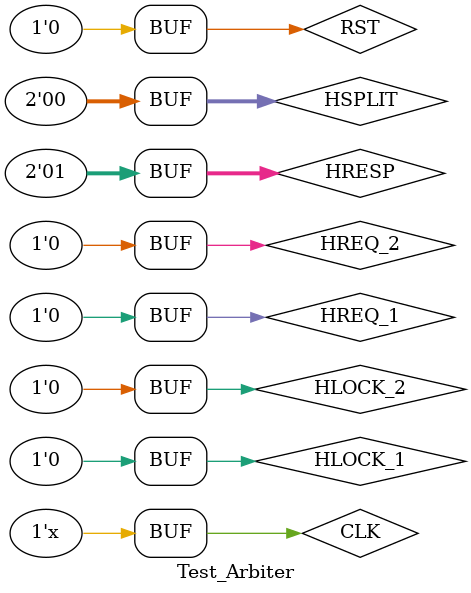
<source format=v>
/*##########Script Information###############################
  # Purpose: Arbiter testbench For System Bus Design   
  # Updated: 07-08-2022                                  
  # Author : Rumesh                                  
  ###########################################################*/
  
  `timescale 1ns / 1ps

module Test_Arbiter;

	// Inputs
	reg CLK;
	reg RST;
	reg HREQ_1;
	reg HLOCK_1;
	reg HREQ_2;
	reg HLOCK_2;
	reg [1:0] HSPLIT;
	reg [1:0] HRESP;

	// Outputs
	wire HGRANT_1;
	wire HGRANT_2;
	wire [1:0] HMAS;
	wire MLOCK;
	wire [1:0] SEL;
	wire AB;

	// Instantiate the Unit Under Test (UUT)
	Arbiter uut (
		.CLK(CLK), 
		.RST(RST), 
		.HREQ_1(HREQ_1), 
		.HLOCK_1(HLOCK_1), 
		.HREQ_2(HREQ_2), 
		.HLOCK_2(HLOCK_2), 
		.HSPLIT(HSPLIT), 
		.HRESP(HRESP), 
		.HGRANT_1(HGRANT_1), 
		.HGRANT_2(HGRANT_2), 
		.HMAS(HMAS), 
		.MLOCK(MLOCK), 
		.SEL(SEL), 
		.AB(AB),
		.HREADY(HREADY)
	);
	
	always #15 CLK = !CLK;
	 
	initial begin
	#400 RST = 1;
	#50  RST = 0;  
	end

	initial begin
		// Initialize Inputs
		CLK = 0;
		RST = 0;
   
		// Wait 100 ns for global reset to finish
		
      #100 HREQ_1 <= 1; HREQ_2 <= 0; HRESP <= 0; HSPLIT <= 0;HLOCK_1 <= 0;HLOCK_2 <= 0; // Master 1 request
		
		#100 HREQ_1 <= 0; HREQ_2 <= 0; HRESP <= 2'b01; HSPLIT <= 0;HLOCK_1 <= 0;HLOCK_2 <= 0; 
		
		#100 HREQ_1 <= 1; HREQ_2 <= 1; HRESP <= 0; HSPLIT <= 0;HLOCK_1 <= 0;HLOCK_2 <= 0; // Master 1 & 2 request
		
		#200 HREQ_1 <= 0; HREQ_2 <= 0; HRESP <= 2'b01; HSPLIT <= 0;HLOCK_1 <= 0;HLOCK_2 <= 0; 
		
		#100 HREQ_1 <= 1; HREQ_2 <= 1; HRESP <= 0; HSPLIT <= 0;HLOCK_1 <= 1;HLOCK_2 <= 0; // Master 1 priority request
		
		#100 HREQ_1 <= 0; HREQ_2 <= 0; HRESP <= 2'b01; HSPLIT <= 0;HLOCK_1 <= 0;HLOCK_2 <= 0;

	end
      
endmodule


</source>
